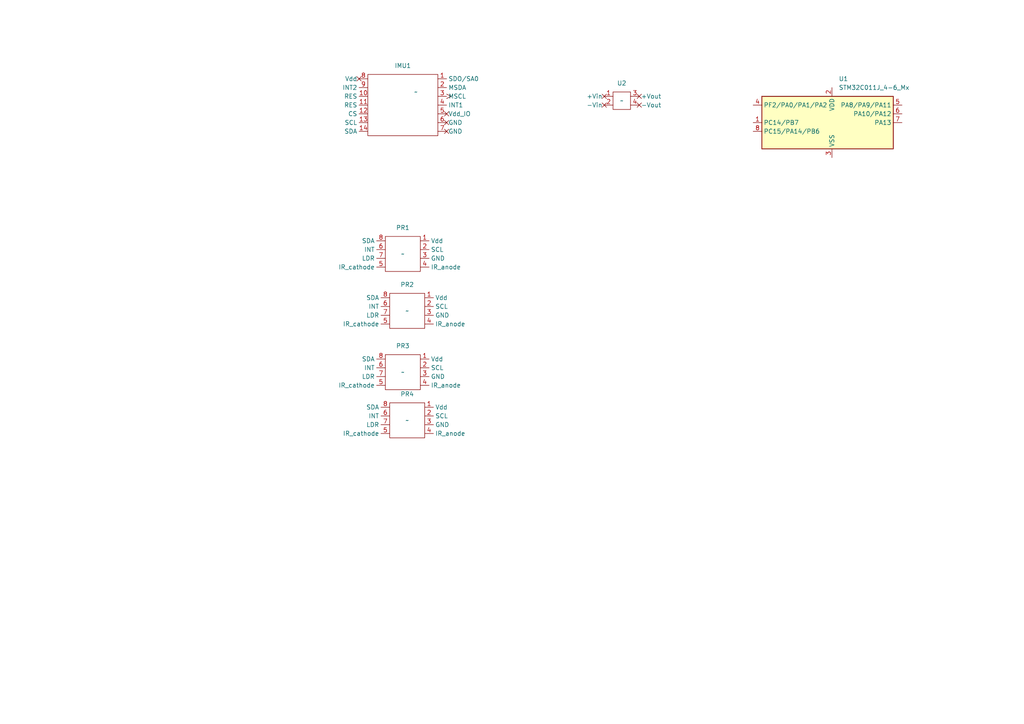
<source format=kicad_sch>
(kicad_sch (version 20230121) (generator eeschema)
  (paper "A4")
  (lib_symbols
    (symbol "Converter_DCDC:IEB0112S3V3"
      (property "Reference" "U" (at 0 0 0))
      (symbol "IEB0112S3V3_0_1"
        (rectangle (start -2.54 2.54) (end 2.54 -2.54))
      )
      (symbol "IEB0112S3V3_1_1"
        (pin power_in non_logic (at -2.54 1.27 180) (length 2.54) (name "+Vin") (number "1"))
        (pin passive non_logic (at -2.54 -1.27 180) (length 2.54) (name "-Vin") (number "2"))
        (pin power_out non_logic (at 2.54 1.27 0) (length 2.54) (name "+Vout") (number "3"))
        (pin passive non_logic (at 2.54 -1.27 0) (length 2.54) (name "-Vout") (number "4"))
      )
    )
    (symbol "MCU_ST_STM32C0:STM32C011J_4-6_Mx"
      (property "Reference" "U" (at -17.78 8.89 0))
      (property "Value" "STM32C011J_4-6_Mx" (at 5.08 8.89 0))
      (symbol "STM32C011J_4-6_Mx_0_1"
        (rectangle (start -17.78 -7.62) (end 20.32 7.62) (stroke (width 0.254)) (fill (type background)))
      )
      (symbol "STM32C011J_4-6_Mx_1_1"
        (pin bidirectional line (at -20.32 0 0) (length 2.54) (name "PC14/PB7") (number "1"))
        (pin power_in line (at 2.54 10.16 270) (length 2.54) (name "VDD") (number "2"))
        (pin power_in line (at 2.54 -10.16 90) (length 2.54) (name "VSS") (number "3"))
        (pin bidirectional line (at -20.32 5.08 0) (length 2.54) (name "PF2/PA0/PA1/PA2") (number "4"))
        (pin bidirectional line (at 22.86 5.08 180) (length 2.54) (name "PA8/PA9/PA11") (number "5"))
        (pin bidirectional line (at 22.86 2.54 180) (length 2.54) (name "PA10/PA12") (number "6"))
        (pin bidirectional line (at 22.86 0 180) (length 2.54) (name "PA13") (number "7"))
        (pin bidirectional line (at -20.32 -2.54 0) (length 2.54) (name "PC15/PA14/PB6") (number "8"))
      )
    )
    (symbol "Sensor:LSM6DSO16ISN"
      (property "Reference" "IMU" (at 0 -1.27 0))
      (symbol "LSM6DSO16ISN_0_1"
        (rectangle (start -10.16 7.62) (end 10.16 -10.16))
      )
      (symbol "LSM6DSO16ISN_1_1"
        (pin output line (at 10.16 6.35 0) (length 2.54) (name "SDO/SA0") (number "1"))
        (pin free line (at -10.16 1.27 180) (length 2.54) (name "RES") (number "10"))
        (pin input line (at -10.16 -1.27 180) (length 2.54) (name "RES") (number "11"))
        (pin bidirectional line (at -10.16 -3.81 180) (length 2.54) (name "CS") (number "12"))
        (pin bidirectional line (at -10.16 -6.35 180) (length 2.54) (name "SCL") (number "13"))
        (pin bidirectional line (at -10.16 -8.89 180) (length 2.54) (name "SDA") (number "14"))
        (pin bidirectional line (at 10.16 3.81 0) (length 2.54) (name "MSDA") (number "2"))
        (pin bidirectional clock (at 10.16 1.27 0) (length 2.54) (name "MSCL") (number "3"))
        (pin input line (at 10.16 -1.27 0) (length 2.54) (name "INT1") (number "4"))
        (pin power_in non_logic (at 10.16 -3.81 0) (length 2.54) (name "Vdd_IO") (number "5"))
        (pin bidirectional non_logic (at 10.16 -6.35 0) (length 2.54) (name "GND") (number "6"))
        (pin bidirectional non_logic (at 10.16 -8.89 0) (length 2.54) (name "GND") (number "7"))
        (pin power_in non_logic (at -10.16 6.35 180) (length 2.54) (name "Vdd") (number "8"))
        (pin input line (at -10.16 3.81 180) (length 2.54) (name "INT2") (number "9"))
      )
    )
    (symbol "Sensor_Proximity:VCNL3030X01-GS18"
      (property "Reference" "PR" (at 0 0 0))
      (symbol "VCNL3030X01-GS18_0_1"
        (rectangle (start -5.08 5.08) (end 5.08 -5.08))
      )
      (symbol "VCNL3030X01-GS18_1_1"
        (pin power_in line (at 5.08 3.81 0) (length 2.54) (name "Vdd") (number "1"))
        (pin bidirectional line (at 5.08 1.27 0) (length 2.54) (name "SCL") (number "2"))
        (pin bidirectional line (at 5.08 -1.27 0) (length 2.54) (name "GND") (number "3"))
        (pin bidirectional line (at 5.08 -3.81 0) (length 2.54) (name "IR_anode") (number "4"))
        (pin bidirectional line (at -5.08 -3.81 180) (length 2.54) (name "IR_cathode") (number "5"))
        (pin input line (at -5.08 1.27 180) (length 2.54) (name "INT") (number "6"))
        (pin bidirectional line (at -5.08 -1.27 180) (length 2.54) (name "LDR") (number "7"))
        (pin bidirectional line (at -5.08 3.81 180) (length 2.54) (name "SDA") (number "8"))
      )
    )
  )
  (symbol (lib_id "Sensor_Proximity:VCNL3030X01-GS18") (at 118.11 90.17 0) (unit 1)
    (property "Reference" "PR2" (at 118.11 82.55 0))
    (property "Value" "~" (at 118.11 90.17 0))
  )
  (symbol (lib_id "MCU_ST_STM32C0:STM32C011J_4-6_Mx") (at 238.76 35.56 0) (unit 1)
    (property "Reference" "U1" (at 243.2559 22.86 0) (effects (justify left)))
    (property "Value" "STM32C011J_4-6_Mx" (at 243.2559 25.4 0) (effects (justify left)))
    (property "Footprint" "Package_SO:SOIC-8_3.9x4.9mm_P1.27mm" (effects hide))
    (property "Datasheet" "https://www.st.com/resource/en/datasheet/stm32c011j4.pdf" (effects hide))
  )
  (symbol (lib_id "Sensor_Proximity:VCNL3030X01-GS18") (at 118.11 121.92 0) (unit 1)
    (property "Reference" "PR4" (at 118.11 114.3 0))
    (property "Value" "~" (at 118.11 121.92 0))
  )
  (symbol (lib_id "Sensor_Proximity:VCNL3030X01-GS18") (at 116.84 107.95 0) (unit 1)
    (property "Reference" "PR3" (at 116.84 100.33 0))
    (property "Value" "~" (at 116.84 107.95 0))
  )
  (symbol (lib_id "Sensor:LSM6DSO16ISN") (at 116.84 29.21 0) (unit 1)
    (property "Reference" "IMU1" (at 116.84 19.05 0))
    (property "Value" "~" (at 120.65 26.67 0))
  )
  (symbol (lib_id "Converter_DCDC:IEB0112S3V3") (at 180.34 29.21 0) (unit 1)
    (property "Reference" "U2" (at 180.34 24.13 0))
    (property "Value" "~" (at 180.34 29.21 0))
  )
  (symbol (lib_id "Sensor_Proximity:VCNL3030X01-GS18") (at 116.84 73.66 0) (unit 1)
    (property "Reference" "PR1" (at 116.84 66.04 0))
    (property "Value" "~" (at 116.84 73.66 0))
  )
)
</source>
